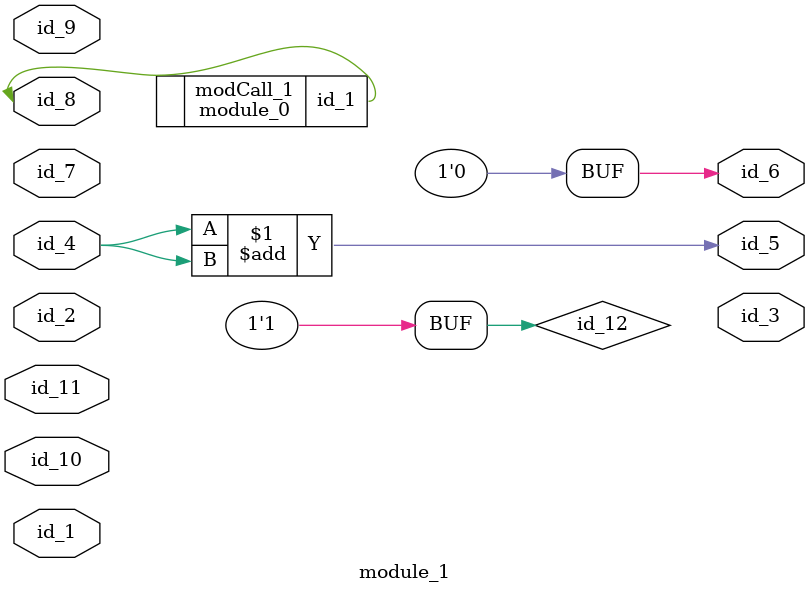
<source format=v>
module module_0 (
    id_1
);
  inout wire id_1;
  wire id_2;
endmodule
module module_1 (
    id_1,
    id_2,
    id_3,
    id_4,
    id_5,
    id_6,
    id_7,
    id_8,
    id_9,
    id_10,
    id_11
);
  input wire id_11;
  inout wire id_10;
  inout wire id_9;
  inout wire id_8;
  inout wire id_7;
  output wire id_6;
  output wire id_5;
  input wire id_4;
  output wire id_3;
  inout wire id_2;
  input wire id_1;
  assign id_5 = id_4 + id_4;
  supply1 id_12;
  assign id_6 = -1 - -1;
  module_0 modCall_1 (id_8);
  localparam id_13 = id_12;
endmodule

</source>
